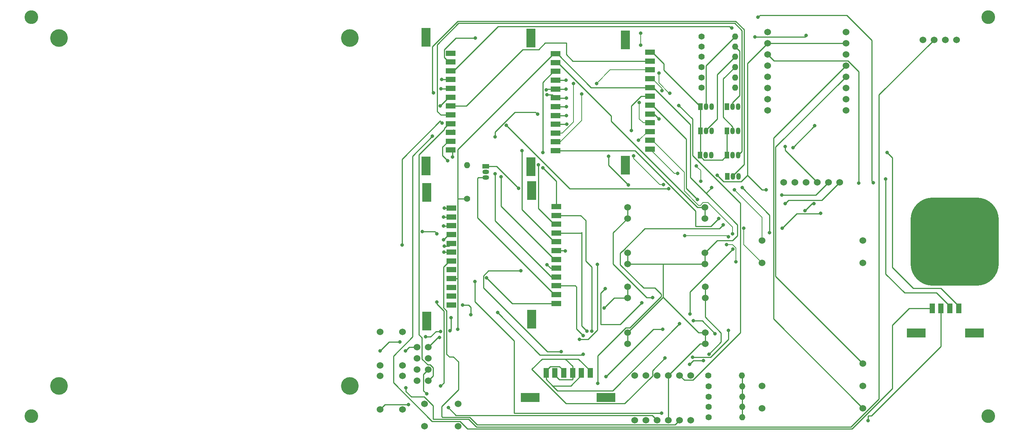
<source format=gbr>
%TF.GenerationSoftware,KiCad,Pcbnew,(6.0.2)*%
%TF.CreationDate,2022-08-09T18:47:36+09:00*%
%TF.ProjectId,dash,64617368-2e6b-4696-9361-645f70636258,rev?*%
%TF.SameCoordinates,Original*%
%TF.FileFunction,Copper,L1,Top*%
%TF.FilePolarity,Positive*%
%FSLAX46Y46*%
G04 Gerber Fmt 4.6, Leading zero omitted, Abs format (unit mm)*
G04 Created by KiCad (PCBNEW (6.0.2)) date 2022-08-09 18:47:36*
%MOMM*%
%LPD*%
G01*
G04 APERTURE LIST*
G04 Aperture macros list*
%AMRoundRect*
0 Rectangle with rounded corners*
0 $1 Rounding radius*
0 $2 $3 $4 $5 $6 $7 $8 $9 X,Y pos of 4 corners*
0 Add a 4 corners polygon primitive as box body*
4,1,4,$2,$3,$4,$5,$6,$7,$8,$9,$2,$3,0*
0 Add four circle primitives for the rounded corners*
1,1,$1+$1,$2,$3*
1,1,$1+$1,$4,$5*
1,1,$1+$1,$6,$7*
1,1,$1+$1,$8,$9*
0 Add four rect primitives between the rounded corners*
20,1,$1+$1,$2,$3,$4,$5,0*
20,1,$1+$1,$4,$5,$6,$7,0*
20,1,$1+$1,$6,$7,$8,$9,0*
20,1,$1+$1,$8,$9,$2,$3,0*%
G04 Aperture macros list end*
%TA.AperFunction,ComponentPad*%
%ADD10C,1.524000*%
%TD*%
%TA.AperFunction,ComponentPad*%
%ADD11C,1.400000*%
%TD*%
%TA.AperFunction,ComponentPad*%
%ADD12O,1.400000X1.400000*%
%TD*%
%TA.AperFunction,ComponentPad*%
%ADD13R,1.050000X1.500000*%
%TD*%
%TA.AperFunction,ComponentPad*%
%ADD14O,1.050000X1.500000*%
%TD*%
%TA.AperFunction,SMDPad,CuDef*%
%ADD15R,2.057400X4.241800*%
%TD*%
%TA.AperFunction,SMDPad,CuDef*%
%ADD16R,2.260600X1.244600*%
%TD*%
%TA.AperFunction,SMDPad,CuDef*%
%ADD17RoundRect,5.000000X-5.000000X-5.000000X5.000000X-5.000000X5.000000X5.000000X-5.000000X5.000000X0*%
%TD*%
%TA.AperFunction,SMDPad,CuDef*%
%ADD18R,4.241800X2.057400*%
%TD*%
%TA.AperFunction,SMDPad,CuDef*%
%ADD19R,1.244600X2.260600*%
%TD*%
%TA.AperFunction,ComponentPad*%
%ADD20C,4.000000*%
%TD*%
%TA.AperFunction,ComponentPad*%
%ADD21R,1.500000X1.050000*%
%TD*%
%TA.AperFunction,ComponentPad*%
%ADD22O,1.500000X1.050000*%
%TD*%
%TA.AperFunction,ViaPad*%
%ADD23C,3.100000*%
%TD*%
%TA.AperFunction,ViaPad*%
%ADD24C,0.800000*%
%TD*%
%TA.AperFunction,Conductor*%
%ADD25C,0.250000*%
%TD*%
%TA.AperFunction,Conductor*%
%ADD26C,0.200000*%
%TD*%
G04 APERTURE END LIST*
D10*
%TO.P,U4,1*%
%TO.N,CAN1_TX*%
X196728000Y-135180000D03*
%TO.N,CAN_H*%
X201808000Y-135180000D03*
%TO.N,GND*%
X194188000Y-135180000D03*
%TO.N,CAN1_RX*%
X199268000Y-135180000D03*
%TO.N,CAN_L*%
X204348000Y-135180000D03*
%TO.N,3V3*%
X191648000Y-135180000D03*
%TD*%
D11*
%TO.P,R4,1*%
%TO.N,BMS-*%
X174610000Y-186170000D03*
D12*
%TO.P,R4,2*%
%TO.N,GND*%
X182230000Y-186170000D03*
%TD*%
D11*
%TO.P,R10,1*%
%TO.N,HVD_IN*%
X172980000Y-109050000D03*
D12*
%TO.P,R10,2*%
%TO.N,Net-(Q5-Pad2)*%
X180600000Y-109050000D03*
%TD*%
D13*
%TO.P,Q6,1,E*%
%TO.N,LV*%
X178840000Y-133870000D03*
D14*
%TO.P,Q6,2,B*%
%TO.N,RTD_ACTIVE_Pin*%
X180110000Y-133870000D03*
%TO.P,Q6,3,C*%
%TO.N,APPS*%
X181380000Y-133870000D03*
%TD*%
D11*
%TO.P,R5,1*%
%TO.N,BSPD-*%
X174610000Y-188550000D03*
D12*
%TO.P,R5,2*%
%TO.N,GND*%
X182230000Y-188550000D03*
%TD*%
D10*
%TO.P,U9,1*%
%TO.N,GND*%
X230820000Y-102862000D03*
%TO.N,3V3*%
X223200000Y-102862000D03*
%TO.N,GPS_RX*%
X225740000Y-102862000D03*
%TO.N,GPS_TX*%
X228280000Y-102862000D03*
%TD*%
D11*
%TO.P,R11,1*%
%TO.N,BRAKE_DIN*%
X172980000Y-111390000D03*
D12*
%TO.P,R11,2*%
%TO.N,Net-(Q7-Pad2)*%
X180600000Y-111390000D03*
%TD*%
D15*
%TO.P,J3,*%
%TO.N,*%
X155719850Y-131280000D03*
X155711850Y-102913200D03*
D16*
%TO.P,J3,1,Pin_1*%
%TO.N,3V3*%
X161299850Y-105680000D03*
%TO.P,J3,2,Pin_2*%
%TO.N,RTD_OUT*%
X161299850Y-107680000D03*
%TO.P,J3,3,Pin_3*%
%TO.N,HV_AUX1+*%
X161299850Y-109680000D03*
%TO.P,J3,4,Pin_4*%
%TO.N,HV_AUX1-*%
X161299850Y-111680000D03*
%TO.P,J3,5,Pin_5*%
%TO.N,GND*%
X161299850Y-113680000D03*
%TO.P,J3,6,Pin_6*%
%TO.N,5V*%
X161299850Y-115680000D03*
%TO.P,J3,7,Pin_7*%
%TO.N,LCD_SDA*%
X161299850Y-117680000D03*
%TO.P,J3,8,Pin_8*%
%TO.N,LCD_SCL*%
X161299850Y-119680000D03*
%TO.P,J3,9,Pin_9*%
%TO.N,ROUT+*%
X161299850Y-121680000D03*
%TO.P,J3,10,Pin_10*%
%TO.N,ROUT-*%
X161299850Y-123680000D03*
%TO.P,J3,11,Pin_11*%
%TO.N,LOUT+*%
X161299850Y-125680000D03*
%TO.P,J3,12,Pin_12*%
%TO.N,LOUT-*%
X161299850Y-127680000D03*
%TD*%
D17*
%TO.P,REF\u002A\u002A,1*%
%TO.N,N/C*%
X230390000Y-148640000D03*
%TD*%
D11*
%TO.P,R1,1*%
%TO.N,GND*%
X119820000Y-138960000D03*
D12*
%TO.P,R1,2*%
%TO.N,-*%
X119820000Y-131340000D03*
%TD*%
D11*
%TO.P,R3,1*%
%TO.N,IMD-*%
X174630000Y-181510000D03*
D12*
%TO.P,R3,2*%
%TO.N,GND*%
X182250000Y-181510000D03*
%TD*%
D18*
%TO.P,J4,*%
%TO.N,*%
X151370000Y-184094750D03*
X134170000Y-184094750D03*
D19*
%TO.P,J4,1,Pin_1*%
%TO.N,CAN_H*%
X137770000Y-178514750D03*
%TO.P,J4,2,Pin_2*%
%TO.N,CAN_L*%
X139770000Y-178514750D03*
%TO.P,J4,3,Pin_3*%
%TO.N,CAN_H*%
X141770000Y-178514750D03*
%TO.P,J4,4,Pin_4*%
%TO.N,CAN_L*%
X143770000Y-178514750D03*
%TO.P,J4,5,Pin_5*%
%TO.N,CAN_H*%
X145770000Y-178514750D03*
%TO.P,J4,6,Pin_6*%
%TO.N,CAN_L*%
X147770000Y-178514750D03*
%TD*%
D10*
%TO.P,U5,1*%
%TO.N,LCD_SCL*%
X168050000Y-179040000D03*
%TO.N,5V*%
X162970000Y-179040000D03*
%TO.N,N/C*%
X157890000Y-189200000D03*
X160430000Y-189200000D03*
X160430000Y-179040000D03*
%TO.N,GND*%
X165510000Y-179040000D03*
%TO.N,N/C*%
X157890000Y-179040000D03*
%TO.N,I2C2_SCL*%
X168050000Y-189200000D03*
%TO.N,3V3*%
X162970000Y-189200000D03*
%TO.N,LCD_SDA*%
X170590000Y-179040000D03*
%TO.N,I2C2_SDA*%
X170590000Y-189200000D03*
%TO.N,GND*%
X165510000Y-189200000D03*
%TD*%
%TO.P,U3,1,VOUT+*%
%TO.N,5V*%
X156210000Y-140870000D03*
%TO.P,U3,2,VOUT+*%
X156210000Y-143410000D03*
%TO.P,U3,3,VOUT-*%
%TO.N,GND*%
X156210000Y-151230000D03*
%TO.P,U3,4,VOUT-*%
X156210000Y-153770000D03*
%TO.P,U3,5,VIN-*%
X173810000Y-153770000D03*
%TO.P,U3,6,VIN-*%
X173810000Y-151230000D03*
%TO.P,U3,7,VIN+*%
%TO.N,LV*%
X173810000Y-143410000D03*
%TO.P,U3,8,VIN+*%
X173810000Y-140870000D03*
%TD*%
%TO.P,ESP_PROGRAM,*%
%TO.N,*%
X105174600Y-179124600D03*
X100094600Y-179124600D03*
%TO.P,ESP_PROGRAM,1,A*%
%TO.N,GND*%
X105174600Y-186744600D03*
%TO.P,ESP_PROGRAM,2,B*%
%TO.N,Net-(SW2-Pad2)*%
X100094600Y-186744600D03*
%TD*%
D11*
%TO.P,R6,1*%
%TO.N,HVD-*%
X174620000Y-183870000D03*
D12*
%TO.P,R6,2*%
%TO.N,GND*%
X182240000Y-183870000D03*
%TD*%
D20*
%TO.P,REF\u002A\u002A,1*%
%TO.N,N/C*%
X27266200Y-102450200D03*
%TO.P,REF\u002A\u002A,2*%
X93266200Y-102450200D03*
%TO.P,REF\u002A\u002A,3*%
X27266200Y-181450200D03*
%TO.P,REF\u002A\u002A,4*%
X93266200Y-181450200D03*
%TD*%
D11*
%TO.P,R12,1*%
%TO.N,LV_ACTIVE*%
X173000000Y-113680000D03*
D12*
%TO.P,R12,2*%
%TO.N,Net-(Q8-Pad2)*%
X180620000Y-113680000D03*
%TD*%
D15*
%TO.P,J6,*%
%TO.N,*%
X110669850Y-166670000D03*
X110669850Y-137470000D03*
D16*
%TO.P,J6,1,Pin_1*%
%TO.N,BSPD_Pin*%
X116249850Y-141070000D03*
%TO.P,J6,2,Pin_2*%
%TO.N,BMS_Pin*%
X116249850Y-143070000D03*
%TO.P,J6,3,Pin_3*%
%TO.N,IMD_Pin*%
X116249850Y-145070000D03*
%TO.P,J6,4,Pin_4*%
%TO.N,GPS_RX*%
X116249850Y-147070000D03*
%TO.P,J6,5,Pin_5*%
%TO.N,GPS_TX*%
X116249850Y-149070000D03*
%TO.P,J6,6,Pin_6*%
%TO.N,I2C2_SDA*%
X116249850Y-151070000D03*
%TO.P,J6,7,Pin_7*%
%TO.N,I2C2_SCL*%
X116249850Y-153070000D03*
%TO.P,J6,8,Pin_8*%
%TO.N,5V*%
X116249850Y-155070000D03*
%TO.P,J6,9,Pin_9*%
%TO.N,GND*%
X116249850Y-157070000D03*
%TO.P,J6,10,Pin_10*%
%TO.N,2*%
X116249850Y-159070000D03*
%TO.P,J6,11,Pin_11*%
%TO.N,3*%
X116249850Y-161070000D03*
%TO.P,J6,12,Pin_12*%
%TO.N,4*%
X116249850Y-163070000D03*
%TD*%
D21*
%TO.P,Q3,1,E*%
%TO.N,3V3*%
X124050000Y-131550000D03*
D22*
%TO.P,Q3,2,B*%
%TO.N,RTD_ACTIVE_Pin*%
X124050000Y-132820000D03*
%TO.P,Q3,3,C*%
%TO.N,IN*%
X124050000Y-134090000D03*
%TD*%
D15*
%TO.P,J1,*%
%TO.N,*%
X134309850Y-131620000D03*
X134309850Y-102420000D03*
D16*
%TO.P,J1,1,Pin_1*%
%TO.N,GND*%
X139889850Y-106020000D03*
%TO.P,J1,2,Pin_2*%
%TO.N,LV*%
X139889850Y-108020000D03*
%TO.P,J1,3,Pin_3*%
%TO.N,CRITICAL_LED*%
X139889850Y-110020000D03*
%TO.P,J1,4,Pin_4*%
%TO.N,IMD_IN*%
X139889850Y-112020000D03*
%TO.P,J1,5,Pin_5*%
%TO.N,BMS_IN*%
X139889850Y-114020000D03*
%TO.P,J1,6,Pin_6*%
%TO.N,BSPD_IN*%
X139889850Y-116020000D03*
%TO.P,J1,7,Pin_7*%
%TO.N,HVD_IN*%
X139889850Y-118020000D03*
%TO.P,J1,8,Pin_8*%
%TO.N,BRAKE_DIN*%
X139889850Y-120020000D03*
%TO.P,J1,9,Pin_9*%
%TO.N,LV_ACTIVE*%
X139889850Y-122020000D03*
%TO.P,J1,10,Pin_10*%
%TO.N,HV_AUX1+*%
X139889850Y-124020000D03*
%TO.P,J1,11,Pin_11*%
%TO.N,HV_AUX1-*%
X139889850Y-126020000D03*
%TO.P,J1,12,Pin_12*%
%TO.N,APPS*%
X139889850Y-128020000D03*
%TD*%
D11*
%TO.P,R8,1*%
%TO.N,BMS_IN*%
X172980000Y-104400000D03*
D12*
%TO.P,R8,2*%
%TO.N,Net-(Q2-Pad2)*%
X180600000Y-104400000D03*
%TD*%
D10*
%TO.P,U10,1*%
%TO.N,GND*%
X186749200Y-181431600D03*
%TO.N,RIN*%
X209609200Y-176351600D03*
%TO.N,ROUT-*%
X209609200Y-148411600D03*
%TO.N,LOUT+*%
X186749200Y-153491600D03*
%TO.N,LV*%
X186749200Y-186511600D03*
%TO.N,LOUT-*%
X186749200Y-148411600D03*
%TO.N,LIN*%
X209609200Y-186511600D03*
%TO.N,ROUT+*%
X209609200Y-153491600D03*
%TO.N,GND*%
X209609200Y-181431600D03*
%TD*%
D15*
%TO.P,J5,*%
%TO.N,*%
X110529850Y-102290000D03*
X110529850Y-131490000D03*
D16*
%TO.P,J5,1,Pin_1*%
%TO.N,BOOT0*%
X116109850Y-105890000D03*
%TO.P,J5,2,Pin_2*%
%TO.N,CAN1_RX*%
X116109850Y-107890000D03*
%TO.P,J5,3,Pin_3*%
%TO.N,CAN1_TX*%
X116109850Y-109890000D03*
%TO.P,J5,4,Pin_4*%
%TO.N,RTDS*%
X116109850Y-111890000D03*
%TO.P,J5,5,Pin_5*%
%TO.N,RTD_ACTIVE_Pin*%
X116109850Y-113890000D03*
%TO.P,J5,6,Pin_6*%
%TO.N,BRAKE_Pin*%
X116109850Y-115890000D03*
%TO.P,J5,7,Pin_7*%
%TO.N,RTD_OUT*%
X116109850Y-117890000D03*
%TO.P,J5,8,Pin_8*%
%TO.N,LV_ACTIVE_Pin*%
X116109850Y-119890000D03*
%TO.P,J5,9,Pin_9*%
%TO.N,ESP_RX*%
X116109850Y-121890000D03*
%TO.P,J5,10,Pin_10*%
%TO.N,ESP_TX*%
X116109850Y-123890000D03*
%TO.P,J5,11,Pin_11*%
%TO.N,HVD_Pin*%
X116109850Y-125890000D03*
%TO.P,J5,12,Pin_12*%
%TO.N,1*%
X116109850Y-127890000D03*
%TD*%
D10*
%TO.P,U8,1*%
%TO.N,N/C*%
X205743000Y-106170800D03*
%TO.N,RTDS*%
X187963000Y-106170800D03*
%TO.N,N/C*%
X205743000Y-116330800D03*
%TO.N,3V3*%
X205743000Y-118870800D03*
%TO.N,N/C*%
X187963000Y-108710800D03*
X187963000Y-101090800D03*
X187963000Y-113790800D03*
X205743000Y-113790800D03*
X187963000Y-118870800D03*
X205743000Y-101090800D03*
X187963000Y-111250800D03*
%TO.N,GND*%
X205743000Y-103630800D03*
%TO.N,N/C*%
X187963000Y-116330800D03*
%TO.N,RIN*%
X205743000Y-111250800D03*
%TO.N,GND*%
X187963000Y-103630800D03*
%TO.N,LIN*%
X205743000Y-108710800D03*
%TD*%
D13*
%TO.P,Q2,1,E*%
%TO.N,3V3*%
X178780000Y-118040000D03*
D14*
%TO.P,Q2,2,B*%
%TO.N,Net-(Q2-Pad2)*%
X180050000Y-118040000D03*
%TO.P,Q2,3,C*%
%TO.N,BMS_Pin*%
X181320000Y-118040000D03*
%TD*%
D10*
%TO.P,BOOT0,*%
%TO.N,*%
X117789200Y-190579200D03*
X117789200Y-185499200D03*
%TO.P,BOOT0,1,A*%
%TO.N,3V3*%
X110169200Y-190579200D03*
%TO.P,BOOT0,2,B*%
%TO.N,BOOT0*%
X110169200Y-185499200D03*
%TD*%
D13*
%TO.P,Q1,1,E*%
%TO.N,3V3*%
X172760000Y-118040000D03*
D14*
%TO.P,Q1,2,B*%
%TO.N,Net-(Q1-Pad2)*%
X174030000Y-118040000D03*
%TO.P,Q1,3,C*%
%TO.N,IMD_Pin*%
X175300000Y-118040000D03*
%TD*%
D13*
%TO.P,Q7,1,E*%
%TO.N,3V3*%
X172710000Y-129020000D03*
D14*
%TO.P,Q7,2,B*%
%TO.N,Net-(Q7-Pad2)*%
X173980000Y-129020000D03*
%TO.P,Q7,3,C*%
%TO.N,BRAKE_Pin*%
X175250000Y-129020000D03*
%TD*%
D13*
%TO.P,Q4,1,E*%
%TO.N,3V3*%
X172760000Y-123550000D03*
D14*
%TO.P,Q4,2,B*%
%TO.N,Net-(Q4-Pad2)*%
X174030000Y-123550000D03*
%TO.P,Q4,3,C*%
%TO.N,BSPD_Pin*%
X175300000Y-123550000D03*
%TD*%
D10*
%TO.P,ESP_RST,*%
%TO.N,*%
X100104600Y-169180000D03*
X105184600Y-169180000D03*
%TO.P,ESP_RST,1,A*%
%TO.N,Net-(SW1-Pad1)*%
X105184600Y-176800000D03*
%TO.P,ESP_RST,2,B*%
%TO.N,GND*%
X100104600Y-176800000D03*
%TD*%
%TO.P,U2,1*%
%TO.N,3V3*%
X108509600Y-175164000D03*
%TO.N,N/C*%
X111049600Y-175164000D03*
%TO.N,ESP_TX*%
X108509600Y-172624000D03*
%TO.N,Net-(SW1-Pad1)*%
X108509600Y-177704000D03*
%TO.N,Net-(SW2-Pad2)*%
X111049600Y-177704000D03*
%TO.N,GND*%
X111049600Y-172624000D03*
%TO.N,ESP_RX*%
X111049600Y-180244000D03*
%TO.N,3V3*%
X108509600Y-180244000D03*
%TD*%
D15*
%TO.P,J2,*%
%TO.N,*%
X134469850Y-166310000D03*
X134469850Y-137110000D03*
D16*
%TO.P,J2,1,Pin_1*%
%TO.N,CRITICAL_LED*%
X140049850Y-140710000D03*
%TO.P,J2,2,Pin_2*%
%TO.N,CR-*%
X140049850Y-142710000D03*
%TO.P,J2,3,Pin_3*%
%TO.N,IMD_IN*%
X140049850Y-144710000D03*
%TO.P,J2,4,Pin_4*%
%TO.N,IMD-*%
X140049850Y-146710000D03*
%TO.P,J2,5,Pin_5*%
%TO.N,BMS_IN*%
X140049850Y-148710000D03*
%TO.P,J2,6,Pin_6*%
%TO.N,BMS-*%
X140049850Y-150710000D03*
%TO.P,J2,7,Pin_7*%
%TO.N,BSPD_IN*%
X140049850Y-152710000D03*
%TO.P,J2,8,Pin_8*%
%TO.N,BSPD-*%
X140049850Y-154710000D03*
%TO.P,J2,9,Pin_9*%
%TO.N,HVD_IN*%
X140049850Y-156710000D03*
%TO.P,J2,10,Pin_10*%
%TO.N,HVD-*%
X140049850Y-158710000D03*
%TO.P,J2,11,Pin_11*%
%TO.N,IN*%
X140049850Y-160710000D03*
%TO.P,J2,12,Pin_12*%
%TO.N,-*%
X140049850Y-162710000D03*
%TD*%
D10*
%TO.P,U6,1,VOUT+*%
%TO.N,3V3*%
X156270000Y-158940000D03*
%TO.P,U6,2,VOUT+*%
X156270000Y-161480000D03*
%TO.P,U6,3,VOUT-*%
%TO.N,GND*%
X156270000Y-169300000D03*
%TO.P,U6,4,VOUT-*%
X156270000Y-171840000D03*
%TO.P,U6,5,VIN-*%
X173870000Y-171840000D03*
%TO.P,U6,6,VIN-*%
X173870000Y-169300000D03*
%TO.P,U6,7,VIN+*%
%TO.N,LV*%
X173870000Y-161480000D03*
%TO.P,U6,8,VIN+*%
X173870000Y-158940000D03*
%TD*%
D18*
%TO.P,REF\u002A\u002A,*%
%TO.N,*%
X221714800Y-169448400D03*
X234914800Y-169448400D03*
D19*
%TO.P,REF\u002A\u002A,1*%
%TO.N,1*%
X225314800Y-163868400D03*
%TO.P,REF\u002A\u002A,2*%
%TO.N,2*%
X227314800Y-163868400D03*
%TO.P,REF\u002A\u002A,3*%
%TO.N,3*%
X229314800Y-163868400D03*
%TO.P,REF\u002A\u002A,4*%
%TO.N,4*%
X231314800Y-163868400D03*
%TD*%
D11*
%TO.P,R2,1*%
%TO.N,CR-*%
X174570000Y-179110000D03*
D12*
%TO.P,R2,2*%
%TO.N,GND*%
X182190000Y-179110000D03*
%TD*%
D11*
%TO.P,R9,1*%
%TO.N,BSPD_IN*%
X172980000Y-106720000D03*
D12*
%TO.P,R9,2*%
%TO.N,Net-(Q4-Pad2)*%
X180600000Y-106720000D03*
%TD*%
D13*
%TO.P,Q8,1,E*%
%TO.N,3V3*%
X178810000Y-129000000D03*
D14*
%TO.P,Q8,2,B*%
%TO.N,Net-(Q8-Pad2)*%
X180080000Y-129000000D03*
%TO.P,Q8,3,C*%
%TO.N,LV_ACTIVE_Pin*%
X181350000Y-129000000D03*
%TD*%
D11*
%TO.P,R7,1*%
%TO.N,IMD_IN*%
X173000000Y-102090000D03*
D12*
%TO.P,R7,2*%
%TO.N,Net-(Q1-Pad2)*%
X180620000Y-102090000D03*
%TD*%
D13*
%TO.P,Q5,1,E*%
%TO.N,3V3*%
X178800000Y-123570000D03*
D14*
%TO.P,Q5,2,B*%
%TO.N,Net-(Q5-Pad2)*%
X180070000Y-123570000D03*
%TO.P,Q5,3,C*%
%TO.N,HVD_Pin*%
X181340000Y-123570000D03*
%TD*%
D23*
%TO.N,*%
X238000000Y-97740000D03*
X21000000Y-97740000D03*
X21000000Y-188280000D03*
X238000000Y-188280000D03*
D24*
%TO.N,GND*%
X176560000Y-133590000D03*
X104630000Y-171430000D03*
X175330000Y-136440000D03*
X113610000Y-170400000D03*
X100104600Y-173465400D03*
X117704661Y-168584661D03*
X187660000Y-136880000D03*
%TO.N,BRAKE_DIN*%
X142390000Y-120020000D03*
%TO.N,HVD_IN*%
X126200000Y-124920000D03*
X135810000Y-119760000D03*
X126200000Y-133240000D03*
X142400000Y-118010000D03*
%TO.N,BSPD_IN*%
X142360000Y-116040000D03*
X138000000Y-115280000D03*
X127560000Y-133980000D03*
%TO.N,BMS_IN*%
X142300000Y-114030000D03*
X132254511Y-128054511D03*
X137760000Y-114230000D03*
%TO.N,IMD_IN*%
X136010000Y-131270000D03*
X142310000Y-112020000D03*
%TO.N,LV_ACTIVE*%
X142450000Y-122030000D03*
%TO.N,3V3*%
X198710000Y-122350000D03*
X131530000Y-136570000D03*
X115610000Y-186395386D03*
X150897444Y-163787444D03*
X193775000Y-127315000D03*
%TO.N,IMD_Pin*%
X114490000Y-145160000D03*
%TO.N,BMS_Pin*%
X114550000Y-143060000D03*
%TO.N,RTD_ACTIVE_Pin*%
X112190000Y-114910000D03*
X113880000Y-113940000D03*
%TO.N,BSPD_Pin*%
X114700000Y-141090000D03*
%TO.N,HVD_Pin*%
X115450000Y-130290000D03*
%TO.N,APPS*%
X176870000Y-143450000D03*
%TO.N,LV*%
X174710000Y-174220000D03*
%TO.N,BRAKE_Pin*%
X165540000Y-136640000D03*
X128768472Y-122280000D03*
X113780000Y-117830000D03*
%TO.N,5V*%
X157100000Y-123460000D03*
X116800000Y-155060000D03*
X156390000Y-135800000D03*
X151920000Y-129300000D03*
X161900000Y-161390000D03*
%TO.N,I2C2_SDA*%
X114560000Y-151070000D03*
X163930000Y-187660000D03*
X121580000Y-157740000D03*
%TO.N,ESP_TX*%
X105090000Y-149410000D03*
X114140000Y-121790000D03*
X116820000Y-123650000D03*
X105850000Y-173480000D03*
%TO.N,GPS_TX*%
X191310000Y-145640000D03*
X114670000Y-149660000D03*
X177960000Y-144840000D03*
X188460000Y-146620000D03*
X182230000Y-136430000D03*
X149480000Y-180860000D03*
X113870000Y-181470000D03*
X112970000Y-162380000D03*
X200000000Y-142230000D03*
%TO.N,GPS_RX*%
X114530000Y-148240000D03*
X105980000Y-181890000D03*
X113010000Y-146890000D03*
X109650000Y-146420000D03*
%TO.N,CAN1_RX*%
X121720000Y-102470000D03*
X192000000Y-127090000D03*
%TO.N,CAN1_TX*%
X179900000Y-100130000D03*
X185107311Y-102177311D03*
X196728000Y-101888000D03*
%TO.N,RTDS*%
X114050000Y-111890000D03*
X208650000Y-135400000D03*
%TO.N,BOOT0*%
X115490000Y-105960000D03*
%TO.N,Net-(SW2-Pad2)*%
X110700000Y-183260000D03*
X106548089Y-185658089D03*
%TO.N,CAN_H*%
X191190000Y-138090000D03*
X168060000Y-167290000D03*
X170380000Y-165110000D03*
X180120000Y-150400000D03*
%TO.N,CAN_L*%
X164750000Y-175080000D03*
X173400000Y-175670000D03*
X170320000Y-176520000D03*
X192010000Y-140020000D03*
%TO.N,HV_AUX1+*%
X144010000Y-112770000D03*
X149220000Y-112770000D03*
%TO.N,HV_AUX1-*%
X164020000Y-114430000D03*
X145870000Y-115150000D03*
%TO.N,ROUT+*%
X159230000Y-104040000D03*
X158910000Y-117060000D03*
X159230000Y-101330000D03*
X163360000Y-110430000D03*
X165820000Y-114980000D03*
%TO.N,ROUT-*%
X169210000Y-147320000D03*
X158680000Y-125660000D03*
X157580000Y-129200000D03*
X179090000Y-147600000D03*
X164380000Y-135760000D03*
X178710000Y-149360000D03*
X180840000Y-153270000D03*
%TO.N,LOUT+*%
X182580000Y-145640000D03*
X180010000Y-146880000D03*
%TO.N,LOUT-*%
X180490000Y-136930000D03*
X172830000Y-134920000D03*
X171790000Y-131470000D03*
X167600000Y-133220000D03*
%TO.N,CRITICAL_LED*%
X137000000Y-131930000D03*
X137000000Y-128460000D03*
%TO.N,CR-*%
X148140000Y-169010000D03*
%TO.N,IMD-*%
X146990000Y-168980000D03*
%TO.N,BMS-*%
X149410000Y-153820000D03*
X145290000Y-170870000D03*
X142110000Y-150810000D03*
%TO.N,BSPD-*%
X141170000Y-173670000D03*
X132060000Y-155300000D03*
X137990000Y-153890000D03*
%TO.N,HVD-*%
X146180000Y-170000000D03*
%TO.N,-*%
X124285000Y-156865000D03*
%TO.N,LCD_SDA*%
X172100000Y-139150000D03*
%TO.N,LCD_SCL*%
X163370000Y-120820000D03*
X167890000Y-117740000D03*
%TO.N,1*%
X112010000Y-124730000D03*
X116550000Y-129440000D03*
%TO.N,2*%
X151144520Y-159384520D03*
X210790000Y-189350000D03*
X159485000Y-162525000D03*
X176090000Y-169580000D03*
X171170000Y-166640000D03*
X116890000Y-159100000D03*
%TO.N,3*%
X110430000Y-170280000D03*
X214740000Y-134460000D03*
X116850000Y-161140000D03*
X116195489Y-165954511D03*
X185820000Y-97720000D03*
X115970000Y-168950000D03*
X211960000Y-135340000D03*
X113840000Y-169060000D03*
%TO.N,4*%
X179120000Y-168790000D03*
X198470000Y-140010000D03*
X164190000Y-168610000D03*
X118830000Y-163050000D03*
X196480000Y-141640000D03*
X116920000Y-163030000D03*
X120650000Y-165260000D03*
X215090000Y-128430000D03*
X146180000Y-174230000D03*
X171015489Y-174945489D03*
X151310000Y-179360000D03*
X126760000Y-164770000D03*
%TD*%
D25*
%TO.N,GND*%
X174122067Y-137647933D02*
X174122067Y-137777933D01*
X161299850Y-113680000D02*
X162110000Y-113680000D01*
X186704408Y-136880000D02*
X183410000Y-133585592D01*
X178010000Y-135040000D02*
X176560000Y-133590000D01*
X117704661Y-139034661D02*
X117704661Y-157084661D01*
X182230000Y-188550000D02*
X182230000Y-186170000D01*
X161299850Y-113680000D02*
X147951472Y-113680000D01*
X139889850Y-106020000D02*
X139488228Y-106020000D01*
X182250000Y-181510000D02*
X182250000Y-179170000D01*
X172710000Y-171840000D02*
X173870000Y-171840000D01*
X113273600Y-170400000D02*
X113610000Y-170400000D01*
X173870000Y-169300000D02*
X173870000Y-171840000D01*
X181184511Y-144840377D02*
X181184511Y-147340377D01*
X147951472Y-113680000D02*
X140291472Y-106020000D01*
X174122067Y-137777933D02*
X181184511Y-144840377D01*
X187963000Y-103630800D02*
X183410000Y-108183800D01*
X182230000Y-186170000D02*
X182230000Y-183880000D01*
X139488228Y-106020000D02*
X117704661Y-127803567D01*
X156270000Y-169300000D02*
X156270000Y-171840000D01*
X173870000Y-169300000D02*
X172310000Y-169300000D01*
X164290000Y-161280000D02*
X156270000Y-169300000D01*
X183410000Y-133585592D02*
X181955592Y-135040000D01*
X170500000Y-122070000D02*
X170500000Y-134155866D01*
X117704661Y-127803567D02*
X117704661Y-139034661D01*
X156210000Y-151230000D02*
X156210000Y-153770000D01*
X175330000Y-136440000D02*
X174122067Y-137647933D01*
X183410000Y-108183800D02*
X183410000Y-133585592D01*
X164290000Y-153770000D02*
X156210000Y-153770000D01*
X181184511Y-147340377D02*
X180060000Y-148464888D01*
X205743000Y-103630800D02*
X187963000Y-103630800D01*
X182250000Y-179170000D02*
X182190000Y-179110000D01*
X173810000Y-153770000D02*
X164290000Y-153770000D01*
X111049600Y-172624000D02*
X113273600Y-170400000D01*
X116249850Y-157070000D02*
X117690000Y-157070000D01*
X102140000Y-171430000D02*
X104630000Y-171430000D01*
X164290000Y-153770000D02*
X164290000Y-161280000D01*
X181955592Y-135040000D02*
X178010000Y-135040000D01*
X165510000Y-179040000D02*
X172710000Y-171840000D01*
X117704661Y-157084661D02*
X117704661Y-168584661D01*
X140291472Y-106020000D02*
X139889850Y-106020000D01*
X119820000Y-138960000D02*
X117779322Y-138960000D01*
X165510000Y-179040000D02*
X165510000Y-189200000D01*
X170500000Y-134155866D02*
X174122067Y-137777933D01*
X176575112Y-148464888D02*
X173810000Y-151230000D01*
X162110000Y-113680000D02*
X170500000Y-122070000D01*
X100104600Y-173465400D02*
X102140000Y-171430000D01*
X182230000Y-183880000D02*
X182240000Y-183870000D01*
X117690000Y-157070000D02*
X117704661Y-157084661D01*
X182240000Y-183870000D02*
X182240000Y-181520000D01*
X180060000Y-148464888D02*
X176575112Y-148464888D01*
X182240000Y-181520000D02*
X182250000Y-181510000D01*
X187660000Y-136880000D02*
X186704408Y-136880000D01*
X117779322Y-138960000D02*
X117704661Y-139034661D01*
X172310000Y-169300000D02*
X164290000Y-161280000D01*
X173810000Y-151230000D02*
X173810000Y-153770000D01*
%TO.N,BRAKE_DIN*%
X142390000Y-120020000D02*
X139889850Y-120020000D01*
%TO.N,HVD_IN*%
X126200000Y-124920000D02*
X126200000Y-123823858D01*
X126200000Y-123823858D02*
X130713858Y-119310000D01*
X138980000Y-156710000D02*
X126200000Y-143930000D01*
X130713858Y-119310000D02*
X135360000Y-119310000D01*
X126200000Y-143930000D02*
X126200000Y-133240000D01*
X135360000Y-119310000D02*
X135810000Y-119760000D01*
X142390000Y-118020000D02*
X139889850Y-118020000D01*
X140049850Y-156710000D02*
X138980000Y-156710000D01*
X142400000Y-118010000D02*
X142390000Y-118020000D01*
%TO.N,Net-(Q5-Pad2)*%
X180600000Y-109050000D02*
X177930489Y-111719511D01*
X177930489Y-120430489D02*
X180070000Y-122570000D01*
X177930489Y-111719511D02*
X177930489Y-120430489D01*
X180070000Y-122570000D02*
X180070000Y-123570000D01*
%TO.N,BSPD_IN*%
X138000000Y-115280000D02*
X139149850Y-115280000D01*
X139149850Y-115280000D02*
X139889850Y-116020000D01*
X139909850Y-116040000D02*
X139889850Y-116020000D01*
X140049850Y-152710000D02*
X139648228Y-152710000D01*
X127560000Y-140621772D02*
X127560000Y-133980000D01*
X139648228Y-152710000D02*
X127560000Y-140621772D01*
X142360000Y-116040000D02*
X139909850Y-116040000D01*
%TO.N,Net-(Q4-Pad2)*%
X176550000Y-110770000D02*
X176550000Y-120805000D01*
X174030000Y-123325000D02*
X174030000Y-123550000D01*
X176550000Y-120805000D02*
X174030000Y-123325000D01*
X180600000Y-106720000D02*
X176550000Y-110770000D01*
%TO.N,BMS_IN*%
X142300000Y-114030000D02*
X139899850Y-114030000D01*
X139899850Y-114030000D02*
X139889850Y-114020000D01*
X139541850Y-148710000D02*
X132254511Y-141422661D01*
X140049850Y-148710000D02*
X139541850Y-148710000D01*
X139889850Y-114020000D02*
X137970000Y-114020000D01*
X132254511Y-141422661D02*
X132254511Y-128054511D01*
X137970000Y-114020000D02*
X137760000Y-114230000D01*
%TO.N,Net-(Q2-Pad2)*%
X180050000Y-117069511D02*
X180050000Y-118040000D01*
X181644511Y-105444511D02*
X181644511Y-115475000D01*
X180600000Y-104400000D02*
X181644511Y-105444511D01*
X181644511Y-115475000D02*
X180050000Y-117069511D01*
%TO.N,IMD_IN*%
X140049850Y-144710000D02*
X139541850Y-144710000D01*
X139889850Y-112020000D02*
X142310000Y-112020000D01*
X139541850Y-144710000D02*
X136010000Y-141178150D01*
X136010000Y-141178150D02*
X136010000Y-131270000D01*
%TO.N,Net-(Q1-Pad2)*%
X180620000Y-102090000D02*
X174030000Y-108680000D01*
X174030000Y-108680000D02*
X174030000Y-118040000D01*
%TO.N,LV_ACTIVE*%
X142450000Y-122030000D02*
X142440000Y-122020000D01*
X142440000Y-122020000D02*
X139889850Y-122020000D01*
%TO.N,3V3*%
X153204888Y-161480000D02*
X150930000Y-163754888D01*
X164430000Y-109710000D02*
X164430000Y-108302150D01*
X178810000Y-123580000D02*
X178800000Y-123570000D01*
X177715480Y-130094520D02*
X178810000Y-129000000D01*
X161879520Y-188109520D02*
X162970000Y-189200000D01*
X131530000Y-136570000D02*
X126510000Y-131550000D01*
X173559520Y-130094520D02*
X177715480Y-130094520D01*
X198710000Y-122350000D02*
X198710000Y-122380000D01*
X164430000Y-108302150D02*
X161807850Y-105680000D01*
X172710000Y-129020000D02*
X172710000Y-129245000D01*
X172760000Y-118040000D02*
X172760000Y-123550000D01*
X126510000Y-131550000D02*
X124050000Y-131550000D01*
X198710000Y-122380000D02*
X193775000Y-127315000D01*
X156270000Y-161480000D02*
X153480000Y-161480000D01*
X172760000Y-123550000D02*
X172760000Y-128970000D01*
X153480000Y-161480000D02*
X153204888Y-161480000D01*
X172710000Y-129245000D02*
X173559520Y-130094520D01*
X115610000Y-186395386D02*
X117324134Y-188109520D01*
X178810000Y-129000000D02*
X178810000Y-123580000D01*
X172760000Y-128970000D02*
X172710000Y-129020000D01*
X161807850Y-105680000D02*
X161299850Y-105680000D01*
X164430000Y-109710000D02*
X172760000Y-118040000D01*
X156270000Y-161480000D02*
X156270000Y-158940000D01*
X117324134Y-188109520D02*
X161879520Y-188109520D01*
%TO.N,IMD_Pin*%
X116159850Y-145160000D02*
X116249850Y-145070000D01*
X114490000Y-145160000D02*
X116159850Y-145160000D01*
%TO.N,BMS_Pin*%
X116239850Y-143060000D02*
X116249850Y-143070000D01*
X114550000Y-143060000D02*
X116239850Y-143060000D01*
%TO.N,RTD_ACTIVE_Pin*%
X182639040Y-131154004D02*
X182639040Y-100533323D01*
X117743803Y-98630480D02*
X111950000Y-104424283D01*
X180736197Y-98630480D02*
X117743803Y-98630480D01*
X180110000Y-133683044D02*
X182639040Y-131154004D01*
X113880000Y-113940000D02*
X116059850Y-113940000D01*
X111950000Y-114670000D02*
X112190000Y-114910000D01*
X116059850Y-113940000D02*
X116109850Y-113890000D01*
X111950000Y-104424283D02*
X111950000Y-114670000D01*
X180110000Y-133870000D02*
X180110000Y-133683044D01*
X182639040Y-100533323D02*
X180736197Y-98630480D01*
%TO.N,IN*%
X139648228Y-160710000D02*
X140049850Y-160710000D01*
X124050000Y-134090000D02*
X122410000Y-134090000D01*
X122220000Y-143281772D02*
X139648228Y-160710000D01*
X122410000Y-134090000D02*
X122220000Y-134280000D01*
X122220000Y-134280000D02*
X122220000Y-143281772D01*
%TO.N,BSPD_Pin*%
X114700000Y-141090000D02*
X116229850Y-141090000D01*
X116229850Y-141090000D02*
X116249850Y-141070000D01*
%TO.N,HVD_Pin*%
X114280000Y-127211850D02*
X114280000Y-129120000D01*
X116109850Y-125890000D02*
X115601850Y-125890000D01*
X115601850Y-125890000D02*
X114280000Y-127211850D01*
X114280000Y-129120000D02*
X115450000Y-130290000D01*
%TO.N,APPS*%
X175090000Y-145230000D02*
X176870000Y-143450000D01*
X171650000Y-141725386D02*
X171650000Y-145230000D01*
X139889850Y-128020000D02*
X157944614Y-128020000D01*
X157944614Y-128020000D02*
X171650000Y-141725386D01*
X171650000Y-145230000D02*
X175090000Y-145230000D01*
%TO.N,LV*%
X172088228Y-140870000D02*
X173810000Y-140870000D01*
X173870000Y-161480000D02*
X173870000Y-165810000D01*
X177450000Y-169390000D02*
X177450000Y-171480000D01*
X173810000Y-140870000D02*
X173810000Y-143410000D01*
X152540000Y-121321772D02*
X172088228Y-140870000D01*
X139889850Y-108020000D02*
X140397850Y-108020000D01*
X173870000Y-165810000D02*
X177450000Y-169390000D01*
X177450000Y-171480000D02*
X174710000Y-174220000D01*
X140397850Y-108020000D02*
X152540000Y-120162150D01*
X152540000Y-120162150D02*
X152540000Y-121321772D01*
X173870000Y-158940000D02*
X173870000Y-161480000D01*
%TO.N,BRAKE_Pin*%
X143128472Y-136640000D02*
X128768472Y-122280000D01*
X116109850Y-115890000D02*
X115720000Y-115890000D01*
X165540000Y-136640000D02*
X143128472Y-136640000D01*
X115720000Y-115890000D02*
X113780000Y-117830000D01*
%TO.N,LV_ACTIVE_Pin*%
X180550000Y-99080000D02*
X117930000Y-99080000D01*
X113890000Y-119890000D02*
X113180000Y-119180000D01*
X182189520Y-100719520D02*
X180550000Y-99080000D01*
X117930000Y-99080000D02*
X113055489Y-103954511D01*
X113055489Y-103954511D02*
X113055489Y-119055489D01*
X113055489Y-119055489D02*
X113180000Y-119180000D01*
X116109850Y-119890000D02*
X113890000Y-119890000D01*
X182189520Y-128160480D02*
X182189520Y-100719520D01*
X181350000Y-129000000D02*
X182189520Y-128160480D01*
%TO.N,5V*%
X157100000Y-123460000D02*
X157100000Y-117845386D01*
X151920000Y-131330000D02*
X151920000Y-129300000D01*
X159265386Y-115680000D02*
X161299850Y-115680000D01*
X156390000Y-135800000D02*
X151920000Y-131330000D01*
X161900000Y-161390000D02*
X160610000Y-161390000D01*
X157100000Y-117845386D02*
X159265386Y-115680000D01*
X152965112Y-146654888D02*
X156210000Y-143410000D01*
X160610000Y-161390000D02*
X152965112Y-153745112D01*
X152965112Y-153745112D02*
X152965112Y-146654888D01*
X156210000Y-140870000D02*
X156210000Y-143410000D01*
%TO.N,I2C2_SCL*%
X114470000Y-163691772D02*
X114470000Y-154448228D01*
X116740649Y-174851311D02*
X115840551Y-174851311D01*
X114264680Y-188559040D02*
X114187820Y-188482180D01*
X122136511Y-190286511D02*
X120409040Y-188559040D01*
X114470000Y-154448228D02*
X115848228Y-153070000D01*
X166963489Y-190286511D02*
X122136511Y-190286511D01*
X115200000Y-164421772D02*
X114470000Y-163691772D01*
X114066489Y-186123511D02*
X117870000Y-182320000D01*
X115848228Y-153070000D02*
X116249850Y-153070000D01*
X115200000Y-174210760D02*
X115200000Y-164421772D01*
X117870000Y-182320000D02*
X117870000Y-175980662D01*
X120409040Y-188559040D02*
X114264680Y-188559040D01*
X114066489Y-188360849D02*
X114066489Y-186123511D01*
X117870000Y-175980662D02*
X116740649Y-174851311D01*
X114187820Y-188482180D02*
X114066489Y-188360849D01*
X168050000Y-189200000D02*
X166963489Y-190286511D01*
X115840551Y-174851311D02*
X115200000Y-174210760D01*
%TO.N,I2C2_SDA*%
X121580000Y-157740000D02*
X121580000Y-162280000D01*
X130500000Y-187660000D02*
X163930000Y-187660000D01*
X116249850Y-151070000D02*
X114560000Y-151070000D01*
X121580000Y-162280000D02*
X130500000Y-171200000D01*
X130500000Y-171200000D02*
X130500000Y-187660000D01*
%TO.N,ESP_RX*%
X111499649Y-176617489D02*
X110913600Y-176617489D01*
X114655039Y-122943189D02*
X115708228Y-121890000D01*
X108900000Y-128945039D02*
X114655039Y-123190000D01*
X108900000Y-169774614D02*
X108900000Y-128945039D01*
X109610000Y-175313889D02*
X109610000Y-170484614D01*
X109610000Y-170484614D02*
X108900000Y-169774614D01*
X112136111Y-177253951D02*
X111499649Y-176617489D01*
X112136111Y-179157489D02*
X112136111Y-177253951D01*
X115708228Y-121890000D02*
X116109850Y-121890000D01*
X111049600Y-180244000D02*
X112136111Y-179157489D01*
X110913600Y-176617489D02*
X109610000Y-175313889D01*
X114655039Y-123190000D02*
X114655039Y-122943189D01*
%TO.N,ESP_TX*%
X113770000Y-121270000D02*
X113770000Y-121420000D01*
X113770000Y-121420000D02*
X114140000Y-121790000D01*
X106706000Y-172624000D02*
X105850000Y-173480000D01*
X105090000Y-129950000D02*
X113770000Y-121270000D01*
X105090000Y-149410000D02*
X105090000Y-129950000D01*
X108509600Y-172624000D02*
X106706000Y-172624000D01*
%TO.N,GPS_TX*%
X188460000Y-146620000D02*
X188460000Y-142660000D01*
X155100049Y-150779951D02*
X154580000Y-151300000D01*
X114564511Y-164424511D02*
X112970000Y-162830000D01*
X163840480Y-161093802D02*
X156720793Y-168213489D01*
X177045480Y-145754520D02*
X160148920Y-145754520D01*
X112970000Y-162830000D02*
X112970000Y-162380000D01*
X154580000Y-151300000D02*
X154580000Y-153900000D01*
X188460000Y-142660000D02*
X182230000Y-136430000D01*
X149480000Y-174553440D02*
X149480000Y-180860000D01*
X162440000Y-159180000D02*
X163840480Y-160580480D01*
X199865489Y-142364511D02*
X194585489Y-142364511D01*
X155819951Y-168213489D02*
X149480000Y-174553440D01*
X200000000Y-142230000D02*
X199865489Y-142364511D01*
X194585489Y-142364511D02*
X191310000Y-145640000D01*
X159860000Y-159180000D02*
X162440000Y-159180000D01*
X163840480Y-160580480D02*
X163840480Y-161093802D01*
X154580000Y-153900000D02*
X159860000Y-159180000D01*
X156720793Y-168213489D02*
X155819951Y-168213489D01*
X115659850Y-149660000D02*
X114670000Y-149660000D01*
X160148920Y-145754520D02*
X155123489Y-150779951D01*
X113870000Y-181470000D02*
X114564511Y-180775489D01*
X177960000Y-144840000D02*
X177045480Y-145754520D01*
X116249850Y-149070000D02*
X115659850Y-149660000D01*
X114564511Y-180775489D02*
X114564511Y-164424511D01*
X155123489Y-150779951D02*
X155100049Y-150779951D01*
%TO.N,GPS_RX*%
X112174200Y-189008560D02*
X112174200Y-185967640D01*
X115700000Y-147070000D02*
X114530000Y-148240000D01*
X121946031Y-190736031D02*
X120218560Y-189008560D01*
X213264511Y-115337489D02*
X213264511Y-184392849D01*
X116249850Y-147070000D02*
X115700000Y-147070000D01*
X105980000Y-182720000D02*
X105980000Y-181890000D01*
X109650000Y-146420000D02*
X112540000Y-146420000D01*
X213264511Y-184392849D02*
X206921329Y-190736031D01*
X120218560Y-189008560D02*
X112174200Y-189008560D01*
X112174200Y-185967640D02*
X110136560Y-183930000D01*
X112540000Y-146420000D02*
X113010000Y-146890000D01*
X206921329Y-190736031D02*
X121946031Y-190736031D01*
X225740000Y-102862000D02*
X213264511Y-115337489D01*
X110136560Y-183930000D02*
X107190000Y-183930000D01*
X107190000Y-183930000D02*
X105980000Y-182720000D01*
%TO.N,CAN1_RX*%
X199268000Y-135180000D02*
X192000000Y-127912000D01*
X115708228Y-107890000D02*
X114655039Y-106836811D01*
X117280000Y-102470000D02*
X121720000Y-102470000D01*
X116109850Y-107890000D02*
X115708228Y-107890000D01*
X114655039Y-105094961D02*
X117280000Y-102470000D01*
X114655039Y-106836811D02*
X114655039Y-105094961D01*
X192000000Y-127912000D02*
X192000000Y-127090000D01*
%TO.N,CAN1_TX*%
X179725664Y-100130000D02*
X179385664Y-99790000D01*
X126854336Y-99790000D02*
X116754336Y-109890000D01*
X179900000Y-100130000D02*
X179725664Y-100130000D01*
X196438689Y-102177311D02*
X185107311Y-102177311D01*
X116754336Y-109890000D02*
X116109850Y-109890000D01*
X196728000Y-101888000D02*
X196438689Y-102177311D01*
X126854336Y-99790000D02*
X179385664Y-99790000D01*
%TO.N,RTDS*%
X116109850Y-111890000D02*
X114050000Y-111890000D01*
X208650000Y-110081240D02*
X206193049Y-107624289D01*
X189416489Y-107624289D02*
X187963000Y-106170800D01*
X208650000Y-135400000D02*
X208650000Y-110081240D01*
X206193049Y-107624289D02*
X189416489Y-107624289D01*
%TO.N,RTD_OUT*%
X137580000Y-103570000D02*
X136076811Y-105073189D01*
X142340000Y-106180000D02*
X142340000Y-103570000D01*
X142340000Y-103570000D02*
X137580000Y-103570000D01*
X132466811Y-105073189D02*
X119650000Y-117890000D01*
X161299850Y-107680000D02*
X143840000Y-107680000D01*
X143840000Y-107680000D02*
X142340000Y-106180000D01*
X136076811Y-105073189D02*
X132466811Y-105073189D01*
X119650000Y-117890000D02*
X116109850Y-117890000D01*
%TO.N,Net-(SW2-Pad2)*%
X110700000Y-183260000D02*
X109963089Y-182523089D01*
X101181111Y-185658089D02*
X106548089Y-185658089D01*
X109963089Y-178790511D02*
X111049600Y-177704000D01*
X109963089Y-182523089D02*
X109963089Y-178790511D01*
X100094600Y-186744600D02*
X101181111Y-185658089D01*
%TO.N,CAN_H*%
X170380000Y-165110000D02*
X170380000Y-160140000D01*
X140773250Y-177010000D02*
X141770000Y-178006750D01*
X138766750Y-177010000D02*
X140773250Y-177010000D01*
X168060000Y-167320000D02*
X152860000Y-182520000D01*
X168060000Y-167290000D02*
X168060000Y-167320000D01*
X198898000Y-138090000D02*
X191190000Y-138090000D01*
X170380000Y-160140000D02*
X180120000Y-150400000D01*
X201808000Y-135180000D02*
X198898000Y-138090000D01*
X141770000Y-178006750D02*
X141770000Y-178514750D01*
X152860000Y-182520000D02*
X140350000Y-182520000D01*
X139270000Y-181440000D02*
X137770000Y-179940000D01*
X137770000Y-178514750D02*
X137770000Y-178006750D01*
X145770000Y-178514750D02*
X145770000Y-179022750D01*
X143352750Y-181440000D02*
X139270000Y-181440000D01*
X145770000Y-179022750D02*
X143352750Y-181440000D01*
X137770000Y-179940000D02*
X137770000Y-178514750D01*
X137770000Y-178006750D02*
X138766750Y-177010000D01*
X140350000Y-182520000D02*
X139270000Y-181440000D01*
%TO.N,CAN_L*%
X147770000Y-178006750D02*
X145073250Y-175310000D01*
X161883489Y-177946511D02*
X164750000Y-175080000D01*
X147770000Y-178514750D02*
X147770000Y-178006750D01*
X139770000Y-178514750D02*
X139770000Y-179022750D01*
X192744511Y-139285489D02*
X192010000Y-140020000D01*
X200242511Y-139285489D02*
X192744511Y-139285489D01*
X155556560Y-185450000D02*
X161883489Y-179123071D01*
X143770000Y-176930000D02*
X143770000Y-178514750D01*
X140716811Y-179969561D02*
X143289561Y-179969561D01*
X142150000Y-175310000D02*
X136836372Y-175310000D01*
X143770000Y-179900000D02*
X143770000Y-178514750D01*
X143289561Y-179969561D02*
X143700439Y-179969561D01*
X145073250Y-175310000D02*
X142150000Y-175310000D01*
X143700439Y-179969561D02*
X143770000Y-179900000D01*
X134500000Y-177646372D02*
X142303628Y-185450000D01*
X171170000Y-175670000D02*
X170320000Y-176520000D01*
X204348000Y-135180000D02*
X200242511Y-139285489D01*
X161883489Y-179123071D02*
X161883489Y-177946511D01*
X136836372Y-175310000D02*
X134500000Y-177646372D01*
X173400000Y-175670000D02*
X171170000Y-175670000D01*
X142303628Y-185450000D02*
X155556560Y-185450000D01*
X139770000Y-179022750D02*
X140716811Y-179969561D01*
X142150000Y-175310000D02*
X143770000Y-176930000D01*
D26*
%TO.N,HV_AUX1+*%
X141449259Y-124020000D02*
X139889850Y-124020000D01*
X161299850Y-109680000D02*
X152310000Y-109680000D01*
X144010000Y-121459259D02*
X141449259Y-124020000D01*
X152310000Y-109680000D02*
X149220000Y-112770000D01*
X144010000Y-112770000D02*
X144010000Y-121459259D01*
%TO.N,HV_AUX1-*%
X145870000Y-121160000D02*
X145870000Y-115150000D01*
X139889850Y-126020000D02*
X141010000Y-126020000D01*
X164020000Y-114430000D02*
X164020000Y-113892150D01*
X141010000Y-126020000D02*
X145870000Y-121160000D01*
X161807850Y-111680000D02*
X161299850Y-111680000D01*
X164020000Y-113892150D02*
X161807850Y-111680000D01*
%TO.N,ROUT+*%
X159230000Y-101330000D02*
X159230000Y-104040000D01*
X163360000Y-110430000D02*
X163360000Y-112650000D01*
X165690000Y-114980000D02*
X165820000Y-114980000D01*
X159800000Y-121680000D02*
X161299850Y-121680000D01*
X158910000Y-120790000D02*
X159800000Y-121680000D01*
X158910000Y-117060000D02*
X158910000Y-120790000D01*
X163360000Y-112650000D02*
X165690000Y-114980000D01*
%TO.N,ROUT-*%
X163560000Y-135760000D02*
X164380000Y-135760000D01*
X178810000Y-147320000D02*
X179090000Y-147600000D01*
X160791850Y-123680000D02*
X158811850Y-125660000D01*
X180069259Y-149360000D02*
X180840000Y-150130741D01*
X157580000Y-129200000D02*
X157580000Y-129780000D01*
X180840000Y-150130741D02*
X180840000Y-153270000D01*
X178710000Y-149360000D02*
X180069259Y-149360000D01*
X157580000Y-129780000D02*
X163560000Y-135760000D01*
X158811850Y-125660000D02*
X158680000Y-125660000D01*
X169210000Y-147320000D02*
X178810000Y-147320000D01*
X161299850Y-123680000D02*
X160791850Y-123680000D01*
%TO.N,LOUT+*%
X172748489Y-140430307D02*
X173370307Y-139808489D01*
X169095480Y-132967630D02*
X169095480Y-137155480D01*
X173370307Y-139808489D02*
X174438489Y-139808489D01*
X161299850Y-125680000D02*
X161807850Y-125680000D01*
X161807850Y-125680000D02*
X169095480Y-132967630D01*
X172370307Y-140430307D02*
X172748489Y-140430307D01*
X180010000Y-145380000D02*
X180010000Y-146880000D01*
X182580000Y-145640000D02*
X182580000Y-149322400D01*
X182580000Y-149322400D02*
X186749200Y-153491600D01*
X169095480Y-137155480D02*
X172370307Y-140430307D01*
X174438489Y-139808489D02*
X180010000Y-145380000D01*
%TO.N,LOUT-*%
X166839850Y-133220000D02*
X161299850Y-127680000D01*
X172830000Y-133330000D02*
X172830000Y-132510000D01*
X186749200Y-148411600D02*
X186749200Y-143189200D01*
X172030000Y-131710000D02*
X171980000Y-131660000D01*
X167600000Y-133220000D02*
X166839850Y-133220000D01*
X186749200Y-143189200D02*
X180490000Y-136930000D01*
X172830000Y-134920000D02*
X172830000Y-133330000D01*
X172830000Y-132510000D02*
X172030000Y-131710000D01*
X171980000Y-131660000D02*
X171790000Y-131470000D01*
D25*
%TO.N,CRITICAL_LED*%
X140049850Y-134979850D02*
X140049850Y-140710000D01*
X139889850Y-110020000D02*
X139488228Y-110020000D01*
X137000000Y-112508228D02*
X137000000Y-128460000D01*
X139488228Y-110020000D02*
X137000000Y-112508228D01*
X137000000Y-131930000D02*
X140049850Y-134979850D01*
%TO.N,CR-*%
X148140000Y-169010000D02*
X148140000Y-154398528D01*
X146800000Y-143890000D02*
X145620000Y-142710000D01*
X148140000Y-154398528D02*
X146800000Y-153058528D01*
X146800000Y-153058528D02*
X146800000Y-143890000D01*
X145620000Y-142710000D02*
X140049850Y-142710000D01*
%TO.N,IMD-*%
X145730000Y-146710000D02*
X140049850Y-146710000D01*
X145850000Y-167840000D02*
X145850000Y-146590000D01*
X146990000Y-168980000D02*
X145850000Y-167840000D01*
X145850000Y-146590000D02*
X145730000Y-146710000D01*
%TO.N,BMS-*%
X142010000Y-150710000D02*
X142110000Y-150810000D01*
X149410000Y-168764614D02*
X149410000Y-153820000D01*
X145290000Y-170870000D02*
X147304614Y-170870000D01*
X147304614Y-170870000D02*
X149410000Y-168764614D01*
X140049850Y-150710000D02*
X142010000Y-150710000D01*
%TO.N,BSPD-*%
X138031228Y-173670000D02*
X123560489Y-159199261D01*
X123560489Y-156449511D02*
X124710000Y-155300000D01*
X140049850Y-154710000D02*
X138810000Y-154710000D01*
X138810000Y-154710000D02*
X137990000Y-153890000D01*
X124710000Y-155300000D02*
X132060000Y-155300000D01*
X141170000Y-173670000D02*
X138031228Y-173670000D01*
X123560489Y-159199261D02*
X123560489Y-156449511D01*
%TO.N,HVD-*%
X144400000Y-158710000D02*
X140049850Y-158710000D01*
X144680000Y-168500000D02*
X144680000Y-158990000D01*
X144680000Y-158990000D02*
X144400000Y-158710000D01*
X146180000Y-170000000D02*
X144680000Y-168500000D01*
%TO.N,-*%
X130130000Y-162710000D02*
X140049850Y-162710000D01*
X124285000Y-156865000D02*
X130130000Y-162710000D01*
%TO.N,LCD_SDA*%
X169520000Y-125392150D02*
X169520000Y-136570000D01*
X169520000Y-136570000D02*
X172100000Y-139150000D01*
X161299850Y-117680000D02*
X161807850Y-117680000D01*
X161807850Y-117680000D02*
X169520000Y-125392150D01*
%TO.N,LCD_SCL*%
X168050000Y-179040000D02*
X169136511Y-180126511D01*
X162230000Y-119680000D02*
X161299850Y-119680000D01*
X181848201Y-169318359D02*
X181848201Y-139917712D01*
X181848201Y-139917712D02*
X171010000Y-129079511D01*
X171040049Y-180126511D02*
X181848201Y-169318359D01*
X163370000Y-120820000D02*
X162230000Y-119680000D01*
X171010000Y-129079511D02*
X171010000Y-120860000D01*
X171010000Y-120860000D02*
X167890000Y-117740000D01*
X169136511Y-180126511D02*
X171040049Y-180126511D01*
%TO.N,RIN*%
X209609200Y-176351600D02*
X189783489Y-156525889D01*
X189783489Y-127210311D02*
X205743000Y-111250800D01*
X189783489Y-156525889D02*
X189783489Y-127210311D01*
%TO.N,LIN*%
X189333969Y-125119831D02*
X189333969Y-166236369D01*
X189333969Y-166236369D02*
X209609200Y-186511600D01*
X205743000Y-108710800D02*
X189333969Y-125119831D01*
%TO.N,1*%
X111900001Y-189460039D02*
X103145489Y-180705527D01*
X116550000Y-128330150D02*
X116109850Y-127890000D01*
X207154449Y-191185551D02*
X119932111Y-191185551D01*
X107490000Y-170300000D02*
X107490000Y-129250000D01*
X216268400Y-182071600D02*
X207154449Y-191185551D01*
X118206599Y-189460039D02*
X111900001Y-189460039D01*
X116550000Y-129440000D02*
X116550000Y-128330150D01*
X103145489Y-180705527D02*
X103145489Y-174644511D01*
X216268400Y-167671600D02*
X216268400Y-182071600D01*
X119932111Y-191185551D02*
X118206599Y-189460039D01*
X225314800Y-163868400D02*
X220071600Y-163868400D01*
X220071600Y-163868400D02*
X216268400Y-167671600D01*
X107490000Y-129250000D02*
X112010000Y-124730000D01*
X103145489Y-174644511D02*
X107490000Y-170300000D01*
%TO.N,2*%
X154557067Y-167452933D02*
X159485000Y-162525000D01*
X227314800Y-163868400D02*
X227314800Y-172485200D01*
X150172933Y-167452933D02*
X154557067Y-167452933D01*
X171170000Y-166640000D02*
X173150000Y-166640000D01*
X150172933Y-160356107D02*
X150172933Y-167452933D01*
X151144520Y-159384520D02*
X150172933Y-160356107D01*
X211570000Y-188230000D02*
X210790000Y-188230000D01*
X227314800Y-172485200D02*
X211570000Y-188230000D01*
X210790000Y-188230000D02*
X210790000Y-189350000D01*
X173150000Y-166640000D02*
X176090000Y-169580000D01*
%TO.N,3*%
X214740000Y-156010000D02*
X214740000Y-134460000D01*
X211594751Y-102934191D02*
X205920560Y-97260000D01*
X116195489Y-168724511D02*
X115970000Y-168950000D01*
X226264400Y-160310000D02*
X219040000Y-160310000D01*
X186280000Y-97260000D02*
X185820000Y-97720000D01*
X205920560Y-97260000D02*
X186280000Y-97260000D01*
X116195489Y-165954511D02*
X116195489Y-168724511D01*
X211594751Y-134974751D02*
X211594751Y-102934191D01*
X110430000Y-170280000D02*
X111570000Y-170280000D01*
X229314800Y-163868400D02*
X229314800Y-163360400D01*
X229314800Y-163360400D02*
X226264400Y-160310000D01*
X111570000Y-170280000D02*
X112790000Y-169060000D01*
X219040000Y-160310000D02*
X214740000Y-156010000D01*
X112790000Y-169060000D02*
X113840000Y-169060000D01*
X211960000Y-135340000D02*
X211594751Y-134974751D01*
%TO.N,4*%
X118830000Y-163050000D02*
X120150000Y-163050000D01*
X162060000Y-168610000D02*
X151310000Y-179360000D01*
X136384511Y-174394511D02*
X126760000Y-164770000D01*
X198470000Y-140010000D02*
X198110000Y-140010000D01*
X221060000Y-159300000D02*
X216268400Y-154508400D01*
X216268400Y-154508400D02*
X216268400Y-129608400D01*
X164190000Y-168610000D02*
X162060000Y-168610000D01*
X179120000Y-168790000D02*
X179120000Y-170834614D01*
X216268400Y-129608400D02*
X215090000Y-128430000D01*
X231314800Y-163360400D02*
X227254400Y-159300000D01*
X146180000Y-174230000D02*
X146015489Y-174394511D01*
X179120000Y-170834614D02*
X175009125Y-174945489D01*
X175009125Y-174945489D02*
X171015489Y-174945489D01*
X120650000Y-163550000D02*
X120650000Y-165260000D01*
X198110000Y-140010000D02*
X196480000Y-141640000D01*
X146015489Y-174394511D02*
X136384511Y-174394511D01*
X231314800Y-163868400D02*
X231314800Y-163360400D01*
X227254400Y-159300000D02*
X221060000Y-159300000D01*
X120150000Y-163050000D02*
X120650000Y-163550000D01*
%TD*%
M02*

</source>
